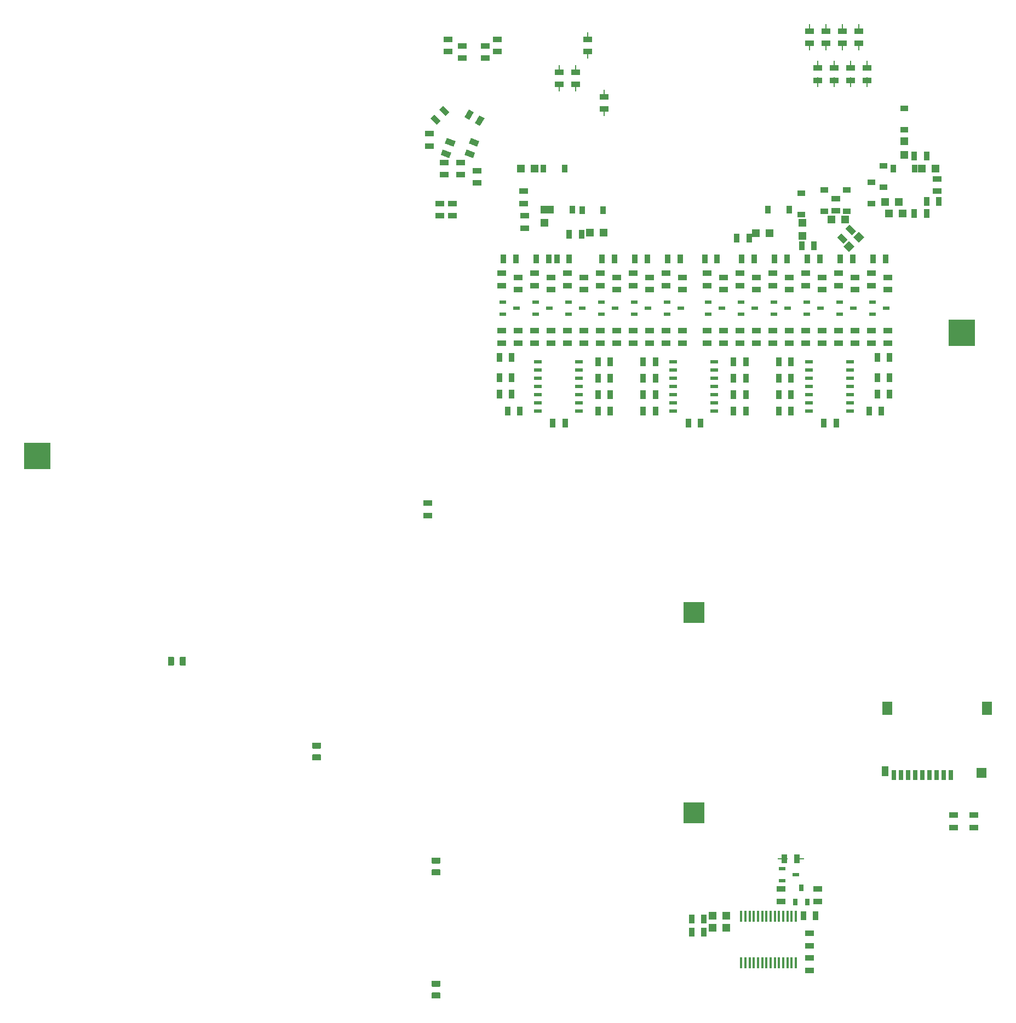
<source format=gbp>
G04 (created by PCBNEW (2013-07-07 BZR 4022)-stable) date 18/12/2014 23:20:11*
%MOIN*%
G04 Gerber Fmt 3.4, Leading zero omitted, Abs format*
%FSLAX34Y34*%
G01*
G70*
G90*
G04 APERTURE LIST*
%ADD10C,0.00393701*%
%ADD11R,0.055X0.035*%
%ADD12R,0.129528X0.129528*%
%ADD13R,0.0394X0.0236*%
%ADD14R,0.035X0.055*%
%ADD15R,0.045X0.02*%
%ADD16R,0.016X0.065*%
%ADD17R,0.03X0.06*%
%ADD18R,0.04X0.06*%
%ADD19R,0.06X0.08*%
%ADD20R,0.06X0.06*%
%ADD21R,0.045X0.025*%
%ADD22R,0.025X0.045*%
%ADD23R,0.0315X0.0394*%
%ADD24R,0.0472X0.0472*%
%ADD25R,0.06X0.008*%
%ADD26R,0.008X0.06*%
%ADD27R,0.038X0.05*%
%ADD28R,0.05X0.038*%
%ADD29R,0.16X0.16*%
G04 APERTURE END LIST*
G54D10*
G54D11*
X68500Y-45875D03*
X68500Y-46625D03*
G54D12*
X84700Y-52537D03*
X84700Y-64730D03*
G54D11*
X69250Y-27625D03*
X69250Y-28375D03*
G54D10*
G36*
X69679Y-23639D02*
X70196Y-23827D01*
X70076Y-24156D01*
X69559Y-23968D01*
X69679Y-23639D01*
X69679Y-23639D01*
G37*
G36*
X69423Y-24343D02*
X69940Y-24531D01*
X69820Y-24860D01*
X69303Y-24672D01*
X69423Y-24343D01*
X69423Y-24343D01*
G37*
G36*
X69444Y-21666D02*
X69833Y-22055D01*
X69585Y-22303D01*
X69196Y-21914D01*
X69444Y-21666D01*
X69444Y-21666D01*
G37*
G36*
X68914Y-22196D02*
X69303Y-22585D01*
X69055Y-22833D01*
X68666Y-22444D01*
X68914Y-22196D01*
X68914Y-22196D01*
G37*
G36*
X70736Y-22363D02*
X71011Y-21886D01*
X71314Y-22061D01*
X71039Y-22538D01*
X70736Y-22363D01*
X70736Y-22363D01*
G37*
G36*
X71385Y-22738D02*
X71660Y-22261D01*
X71963Y-22436D01*
X71688Y-22913D01*
X71385Y-22738D01*
X71385Y-22738D01*
G37*
G36*
X71129Y-23639D02*
X71646Y-23827D01*
X71526Y-24156D01*
X71009Y-23968D01*
X71129Y-23639D01*
X71129Y-23639D01*
G37*
G36*
X70873Y-24343D02*
X71390Y-24531D01*
X71270Y-24860D01*
X70753Y-24672D01*
X70873Y-24343D01*
X70873Y-24343D01*
G37*
G54D11*
X69500Y-25125D03*
X69500Y-25875D03*
X68600Y-23375D03*
X68600Y-24125D03*
X71500Y-25625D03*
X71500Y-26375D03*
X70500Y-25125D03*
X70500Y-25875D03*
X70000Y-28375D03*
X70000Y-27625D03*
G54D13*
X91584Y-34382D03*
X92416Y-34007D03*
X91584Y-33632D03*
X77084Y-34382D03*
X77916Y-34007D03*
X77084Y-33632D03*
X79084Y-34382D03*
X79916Y-34007D03*
X79084Y-33632D03*
X93584Y-34382D03*
X94416Y-34007D03*
X93584Y-33632D03*
X89584Y-34382D03*
X90416Y-34007D03*
X89584Y-33632D03*
X95584Y-34382D03*
X96416Y-34007D03*
X95584Y-33632D03*
X85584Y-34382D03*
X86416Y-34007D03*
X85584Y-33632D03*
X87584Y-34382D03*
X88416Y-34007D03*
X87584Y-33632D03*
X81084Y-34382D03*
X81916Y-34007D03*
X81084Y-33632D03*
X83084Y-34382D03*
X83916Y-34007D03*
X83084Y-33632D03*
X75084Y-34382D03*
X75916Y-34007D03*
X75084Y-33632D03*
X73084Y-34382D03*
X73916Y-34007D03*
X73084Y-33632D03*
G54D14*
X92625Y-41007D03*
X93375Y-41007D03*
X76875Y-41007D03*
X76125Y-41007D03*
X84375Y-41007D03*
X85125Y-41007D03*
X96625Y-39250D03*
X95875Y-39250D03*
X95375Y-40257D03*
X96125Y-40257D03*
X95625Y-31007D03*
X96375Y-31007D03*
X96625Y-38250D03*
X95875Y-38250D03*
X95875Y-37000D03*
X96625Y-37000D03*
X93625Y-31007D03*
X94375Y-31007D03*
X89875Y-38257D03*
X90625Y-38257D03*
X90625Y-37257D03*
X89875Y-37257D03*
X91625Y-31007D03*
X92375Y-31007D03*
X89625Y-31007D03*
X90375Y-31007D03*
X90625Y-40257D03*
X89875Y-40257D03*
X89875Y-39257D03*
X90625Y-39257D03*
G54D11*
X96500Y-35382D03*
X96500Y-36132D03*
X95500Y-31882D03*
X95500Y-32632D03*
X93500Y-35382D03*
X93500Y-36132D03*
X95500Y-35382D03*
X95500Y-36132D03*
X94500Y-35382D03*
X94500Y-36132D03*
X93500Y-31882D03*
X93500Y-32632D03*
X92500Y-35382D03*
X92500Y-36132D03*
X91500Y-31882D03*
X91500Y-32632D03*
X90500Y-35382D03*
X90500Y-36132D03*
G54D14*
X87875Y-39257D03*
X87125Y-39257D03*
G54D11*
X86500Y-35382D03*
X86500Y-36132D03*
X88500Y-35382D03*
X88500Y-36132D03*
X94500Y-32132D03*
X94500Y-32882D03*
X96500Y-32132D03*
X96500Y-32882D03*
G54D14*
X87625Y-31007D03*
X88375Y-31007D03*
X87125Y-40257D03*
X87875Y-40257D03*
X79625Y-39257D03*
X78875Y-39257D03*
X78875Y-40257D03*
X79625Y-40257D03*
X79125Y-31007D03*
X79875Y-31007D03*
X77125Y-31000D03*
X76375Y-31000D03*
X78875Y-37257D03*
X79625Y-37257D03*
X79625Y-38257D03*
X78875Y-38257D03*
G54D11*
X80000Y-35382D03*
X80000Y-36132D03*
X79000Y-35382D03*
X79000Y-36132D03*
X79000Y-31882D03*
X79000Y-32632D03*
X78000Y-35382D03*
X78000Y-36132D03*
X77000Y-35382D03*
X77000Y-36132D03*
X77000Y-31882D03*
X77000Y-32632D03*
X91500Y-35382D03*
X91500Y-36132D03*
X89500Y-35382D03*
X89500Y-36132D03*
X87500Y-35382D03*
X87500Y-36132D03*
X85500Y-35382D03*
X85500Y-36132D03*
G54D14*
X85375Y-31007D03*
X86125Y-31007D03*
G54D11*
X81000Y-35382D03*
X81000Y-36132D03*
X83000Y-35382D03*
X83000Y-36132D03*
G54D14*
X82375Y-37257D03*
X81625Y-37257D03*
X81625Y-38257D03*
X82375Y-38257D03*
G54D11*
X81000Y-31882D03*
X81000Y-32632D03*
X82000Y-35382D03*
X82000Y-36132D03*
X83000Y-31882D03*
X83000Y-32632D03*
X84000Y-35382D03*
X84000Y-36132D03*
G54D14*
X81625Y-39257D03*
X82375Y-39257D03*
X82375Y-40257D03*
X81625Y-40257D03*
X81125Y-31007D03*
X81875Y-31007D03*
X83125Y-31007D03*
X83875Y-31007D03*
G54D11*
X92500Y-32132D03*
X92500Y-32882D03*
X90500Y-32132D03*
X90500Y-32882D03*
X78000Y-32132D03*
X78000Y-32882D03*
X80000Y-32132D03*
X80000Y-32882D03*
X82000Y-32132D03*
X82000Y-32882D03*
G54D14*
X87125Y-37257D03*
X87875Y-37257D03*
X87875Y-38257D03*
X87125Y-38257D03*
X72875Y-38250D03*
X73625Y-38250D03*
X73625Y-37000D03*
X72875Y-37000D03*
X75125Y-31007D03*
X75875Y-31007D03*
X73125Y-31007D03*
X73875Y-31007D03*
X74125Y-40257D03*
X73375Y-40257D03*
X72875Y-39250D03*
X73625Y-39250D03*
G54D11*
X76000Y-35382D03*
X76000Y-36132D03*
X75000Y-35382D03*
X75000Y-36132D03*
X75000Y-31882D03*
X75000Y-32632D03*
X74000Y-35382D03*
X74000Y-36132D03*
X73000Y-35382D03*
X73000Y-36132D03*
X73000Y-31882D03*
X73000Y-32632D03*
X74000Y-32132D03*
X74000Y-32882D03*
X76000Y-32132D03*
X76000Y-32882D03*
G54D15*
X91700Y-40257D03*
X91700Y-39757D03*
X91700Y-39257D03*
X91700Y-38757D03*
X91700Y-38257D03*
X91700Y-37757D03*
X91700Y-37257D03*
X94200Y-37257D03*
X94200Y-37757D03*
X94200Y-38757D03*
X94200Y-39257D03*
X94200Y-39757D03*
X94200Y-40257D03*
X94200Y-38257D03*
X83450Y-40257D03*
X83450Y-39757D03*
X83450Y-39257D03*
X83450Y-38757D03*
X83450Y-38257D03*
X83450Y-37757D03*
X83450Y-37257D03*
X85950Y-37257D03*
X85950Y-37757D03*
X85950Y-38757D03*
X85950Y-39257D03*
X85950Y-39757D03*
X85950Y-40257D03*
X85950Y-38257D03*
X75200Y-40257D03*
X75200Y-39757D03*
X75200Y-39257D03*
X75200Y-38757D03*
X75200Y-38257D03*
X75200Y-37757D03*
X75200Y-37257D03*
X77700Y-37257D03*
X77700Y-37757D03*
X77700Y-38757D03*
X77700Y-39257D03*
X77700Y-39757D03*
X77700Y-40257D03*
X77700Y-38257D03*
G54D11*
X91750Y-72075D03*
X91750Y-72825D03*
X91750Y-74325D03*
X91750Y-73575D03*
G54D16*
X89122Y-71033D03*
X89378Y-71033D03*
X89634Y-71033D03*
X89890Y-71033D03*
X88354Y-73867D03*
X88354Y-71033D03*
X88610Y-71033D03*
X88866Y-71033D03*
X90146Y-73867D03*
X89890Y-73867D03*
X89634Y-73867D03*
X89378Y-73867D03*
X89122Y-73867D03*
X88866Y-73867D03*
X90146Y-71033D03*
X88610Y-73867D03*
X88098Y-73867D03*
X87843Y-73867D03*
X87587Y-73867D03*
X87587Y-71033D03*
X87843Y-71033D03*
X88098Y-71033D03*
X90402Y-71033D03*
X90657Y-71033D03*
X90913Y-71033D03*
X90913Y-73867D03*
X90657Y-73867D03*
X90402Y-73867D03*
G54D17*
X100332Y-62450D03*
X99899Y-62450D03*
X99466Y-62450D03*
X99033Y-62450D03*
X98600Y-62450D03*
X98166Y-62450D03*
X97733Y-62450D03*
X97300Y-62450D03*
X96867Y-62450D03*
G54D18*
X96337Y-62213D03*
G54D19*
X96474Y-58366D03*
X102537Y-58366D03*
G54D20*
X102214Y-62295D03*
G54D11*
X89500Y-31875D03*
X89500Y-32625D03*
X87500Y-31875D03*
X87500Y-32625D03*
X85500Y-31875D03*
X85500Y-32625D03*
X88500Y-32125D03*
X88500Y-32875D03*
X86500Y-32125D03*
X86500Y-32875D03*
X84000Y-32125D03*
X84000Y-32875D03*
X70600Y-18025D03*
X70600Y-18775D03*
X72000Y-18025D03*
X72000Y-18775D03*
X101750Y-65625D03*
X101750Y-64875D03*
X100500Y-65625D03*
X100500Y-64875D03*
X69000Y-75875D03*
X69000Y-75125D03*
G54D21*
X69000Y-75800D03*
X69000Y-75200D03*
G54D11*
X69000Y-68375D03*
X69000Y-67625D03*
G54D21*
X69000Y-68300D03*
X69000Y-67700D03*
G54D11*
X61750Y-61375D03*
X61750Y-60625D03*
G54D21*
X61750Y-61300D03*
X61750Y-60700D03*
G54D14*
X52875Y-55500D03*
X53625Y-55500D03*
G54D22*
X52950Y-55500D03*
X53550Y-55500D03*
G54D23*
X91250Y-69317D03*
X90875Y-70183D03*
X91625Y-70183D03*
G54D13*
X90084Y-68875D03*
X90916Y-68500D03*
X90084Y-68125D03*
G54D14*
X84575Y-71200D03*
X85325Y-71200D03*
X84575Y-72000D03*
X85325Y-72000D03*
G54D11*
X90000Y-69375D03*
X90000Y-70125D03*
G54D14*
X92125Y-71000D03*
X91375Y-71000D03*
G54D11*
X92250Y-70125D03*
X92250Y-69375D03*
G54D24*
X85837Y-71000D03*
X86663Y-71000D03*
X85837Y-71750D03*
X86663Y-71750D03*
G54D25*
X90100Y-67550D03*
G54D14*
X90975Y-67550D03*
X90225Y-67550D03*
G54D25*
X91100Y-67550D03*
G54D11*
X69750Y-17625D03*
X69750Y-18375D03*
X72750Y-17625D03*
X72750Y-18375D03*
G54D26*
X94250Y-19250D03*
G54D11*
X94250Y-20125D03*
X94250Y-19375D03*
G54D26*
X94250Y-20250D03*
X93750Y-17000D03*
G54D11*
X93750Y-17875D03*
X93750Y-17125D03*
G54D26*
X93750Y-18000D03*
X92750Y-17000D03*
G54D11*
X92750Y-17875D03*
X92750Y-17125D03*
G54D26*
X92750Y-18000D03*
X93250Y-19250D03*
G54D11*
X93250Y-20125D03*
X93250Y-19375D03*
G54D26*
X93250Y-20250D03*
X95250Y-19250D03*
G54D11*
X95250Y-20125D03*
X95250Y-19375D03*
G54D26*
X95250Y-20250D03*
X94750Y-17000D03*
G54D11*
X94750Y-17875D03*
X94750Y-17125D03*
G54D26*
X94750Y-18000D03*
X76500Y-19500D03*
G54D11*
X76500Y-20375D03*
X76500Y-19625D03*
G54D26*
X76500Y-20500D03*
X77500Y-19500D03*
G54D11*
X77500Y-20375D03*
X77500Y-19625D03*
G54D26*
X77500Y-20500D03*
X78250Y-17500D03*
G54D11*
X78250Y-18375D03*
X78250Y-17625D03*
G54D26*
X78250Y-18500D03*
X79250Y-21000D03*
G54D11*
X79250Y-21875D03*
X79250Y-21125D03*
G54D26*
X79250Y-22000D03*
X91750Y-17000D03*
G54D11*
X91750Y-17875D03*
X91750Y-17125D03*
G54D26*
X91750Y-18000D03*
X92250Y-19250D03*
G54D11*
X92250Y-20125D03*
X92250Y-19375D03*
G54D26*
X92250Y-20250D03*
G54D27*
X79190Y-28040D03*
X77900Y-28040D03*
G54D28*
X97510Y-23140D03*
X97510Y-21850D03*
G54D27*
X75560Y-25510D03*
X76850Y-25510D03*
X98140Y-25490D03*
X96850Y-25490D03*
X76010Y-28010D03*
X77300Y-28010D03*
G54D28*
X94010Y-28090D03*
X94010Y-26800D03*
X95510Y-27640D03*
X95510Y-26350D03*
G54D27*
X89210Y-28010D03*
X90500Y-28010D03*
G54D28*
X92660Y-28090D03*
X92660Y-26800D03*
X96260Y-26640D03*
X96260Y-25350D03*
X91260Y-28290D03*
X91260Y-27000D03*
G54D10*
G36*
X93805Y-30083D02*
X93416Y-29694D01*
X93664Y-29446D01*
X94053Y-29835D01*
X93805Y-30083D01*
X93805Y-30083D01*
G37*
G36*
X94335Y-29553D02*
X93946Y-29164D01*
X94194Y-28916D01*
X94583Y-29305D01*
X94335Y-29553D01*
X94335Y-29553D01*
G37*
G54D14*
X98125Y-24750D03*
X98875Y-24750D03*
G54D11*
X93350Y-28075D03*
X93350Y-27325D03*
G54D14*
X98875Y-27500D03*
X99625Y-27500D03*
X98125Y-28250D03*
X98875Y-28250D03*
G54D11*
X99500Y-26125D03*
X99500Y-26875D03*
G54D14*
X92025Y-30200D03*
X91275Y-30200D03*
X88075Y-29750D03*
X87325Y-29750D03*
G54D11*
X74400Y-29125D03*
X74400Y-28375D03*
X74350Y-26875D03*
X74350Y-27625D03*
G54D14*
X77875Y-29500D03*
X77125Y-29500D03*
G54D10*
G36*
X94157Y-30575D02*
X93824Y-30242D01*
X94157Y-29908D01*
X94491Y-30242D01*
X94157Y-30575D01*
X94157Y-30575D01*
G37*
G36*
X94742Y-29991D02*
X94408Y-29657D01*
X94742Y-29324D01*
X95075Y-29657D01*
X94742Y-29991D01*
X94742Y-29991D01*
G37*
G54D24*
X93913Y-28600D03*
X93087Y-28600D03*
X91300Y-29613D03*
X91300Y-28787D03*
X97163Y-27550D03*
X96337Y-27550D03*
X88487Y-29450D03*
X89313Y-29450D03*
X97413Y-28250D03*
X96587Y-28250D03*
X75600Y-28813D03*
X75600Y-27987D03*
X99413Y-25500D03*
X98587Y-25500D03*
X74187Y-25500D03*
X75013Y-25500D03*
X97500Y-24663D03*
X97500Y-23837D03*
X78387Y-29400D03*
X79213Y-29400D03*
G54D29*
X44750Y-43000D03*
X101000Y-35500D03*
M02*

</source>
